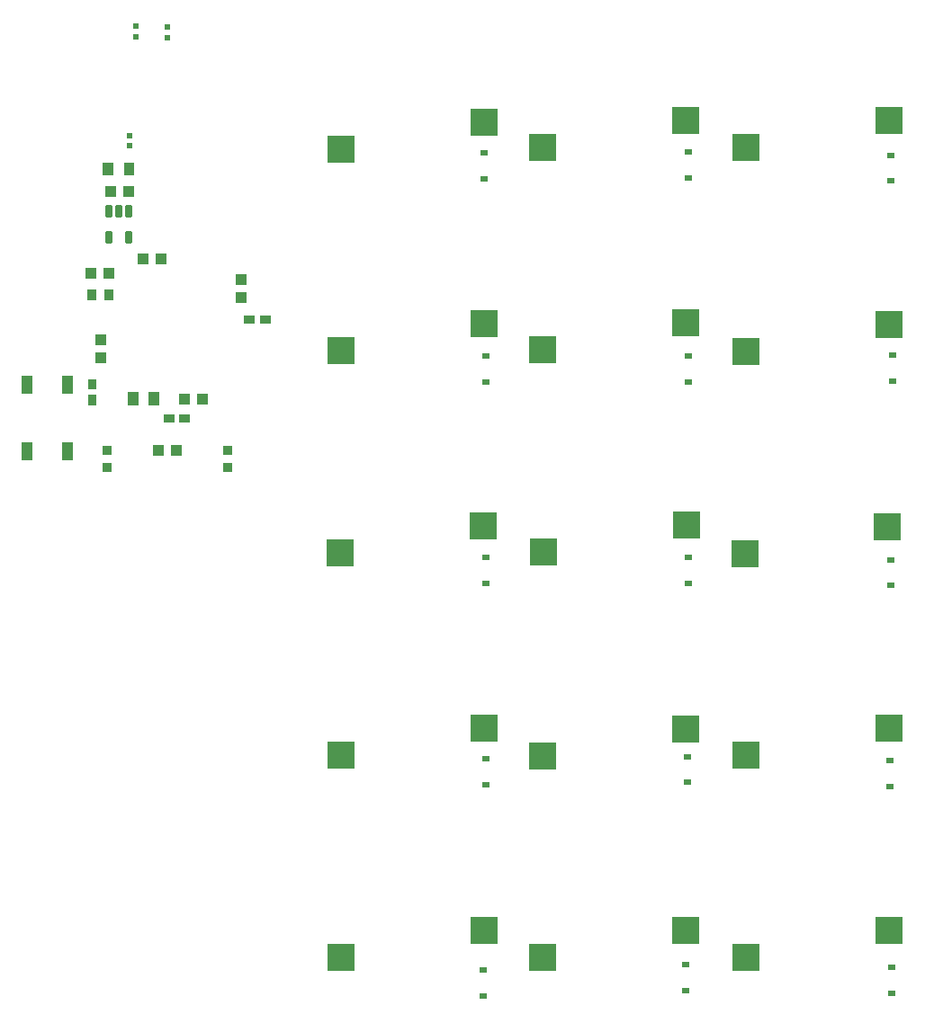
<source format=gbp>
G04*
G04 #@! TF.GenerationSoftware,Altium Limited,Altium Designer,25.8.1 (18)*
G04*
G04 Layer_Color=128*
%FSLAX44Y44*%
%MOMM*%
G71*
G04*
G04 #@! TF.SameCoordinates,26A691C8-8527-417C-A7E6-5B3A698584CC*
G04*
G04*
G04 #@! TF.FilePolarity,Positive*
G04*
G01*
G75*
G04:AMPARAMS|DCode=42|XSize=0.87mm|YSize=0.93mm|CornerRadius=0.1088mm|HoleSize=0mm|Usage=FLASHONLY|Rotation=90.000|XOffset=0mm|YOffset=0mm|HoleType=Round|Shape=RoundedRectangle|*
%AMROUNDEDRECTD42*
21,1,0.8700,0.7125,0,0,90.0*
21,1,0.6525,0.9300,0,0,90.0*
1,1,0.2175,0.3563,0.3263*
1,1,0.2175,0.3563,-0.3263*
1,1,0.2175,-0.3563,-0.3263*
1,1,0.2175,-0.3563,0.3263*
%
%ADD42ROUNDEDRECTD42*%
%ADD43R,1.0000X1.1000*%
%ADD44R,1.1000X1.0000*%
%ADD46R,0.5000X0.5000*%
%ADD47R,1.0000X1.7000*%
%ADD49R,0.9500X1.0300*%
%ADD50R,0.5000X0.4750*%
G04:AMPARAMS|DCode=51|XSize=0.67mm|YSize=1.17mm|CornerRadius=0.0402mm|HoleSize=0mm|Usage=FLASHONLY|Rotation=0.000|XOffset=0mm|YOffset=0mm|HoleType=Round|Shape=RoundedRectangle|*
%AMROUNDEDRECTD51*
21,1,0.6700,1.0896,0,0,0.0*
21,1,0.5896,1.1700,0,0,0.0*
1,1,0.0804,0.2948,-0.5448*
1,1,0.0804,-0.2948,-0.5448*
1,1,0.0804,-0.2948,0.5448*
1,1,0.0804,0.2948,0.5448*
%
%ADD51ROUNDEDRECTD51*%
%ADD53R,0.6900X0.5600*%
%ADD54R,2.5500X2.5000*%
G36*
X390795Y653348D02*
X383295D01*
Y643348D01*
X390795D01*
Y653348D01*
D02*
G37*
G36*
X420340Y655814D02*
Y643814D01*
X430340D01*
Y655814D01*
X420340D01*
D02*
G37*
G36*
X454205Y634668D02*
Y627168D01*
X464205D01*
Y634668D01*
X454205D01*
D02*
G37*
G36*
X440340Y655814D02*
Y643814D01*
X450340D01*
Y655814D01*
X440340D01*
D02*
G37*
G36*
X469205Y634668D02*
Y627168D01*
X479205D01*
Y634668D01*
X469205D01*
D02*
G37*
G36*
X390795Y668348D02*
X383295D01*
Y658348D01*
X390795D01*
Y668348D01*
D02*
G37*
G36*
X530127Y727778D02*
Y720278D01*
X540127D01*
Y727778D01*
X530127D01*
D02*
G37*
G36*
X545127D02*
Y720278D01*
X555127D01*
Y727778D01*
X545127D01*
D02*
G37*
G36*
X406834Y860127D02*
Y872127D01*
X396834D01*
Y860127D01*
X406834D01*
D02*
G37*
G36*
X426834D02*
Y872127D01*
X416834D01*
Y860127D01*
X426834D01*
D02*
G37*
D42*
X400885Y600971D02*
D03*
Y585371D02*
D03*
X514237Y600971D02*
D03*
Y585371D02*
D03*
D43*
X394840Y688564D02*
D03*
Y705564D02*
D03*
X527589Y745064D02*
D03*
Y762064D02*
D03*
D44*
X474090Y649064D02*
D03*
X491090D02*
D03*
X449090Y600987D02*
D03*
X466090D02*
D03*
X421334Y845127D02*
D03*
X404334D02*
D03*
X434590Y781814D02*
D03*
X451590D02*
D03*
X402864Y767897D02*
D03*
X385864D02*
D03*
D46*
X422340Y897814D02*
D03*
Y887814D02*
D03*
D47*
X364045Y663348D02*
D03*
X326045D02*
D03*
Y600348D02*
D03*
X364045D02*
D03*
D49*
X402464Y747877D02*
D03*
X386704D02*
D03*
D50*
X427840Y990194D02*
D03*
Y1000434D02*
D03*
X457840Y989944D02*
D03*
Y1000184D02*
D03*
D51*
X421484Y802177D02*
D03*
Y826577D02*
D03*
X402684D02*
D03*
Y802177D02*
D03*
X412084Y826577D02*
D03*
D53*
X948000Y475800D02*
D03*
X757500Y475800D02*
D03*
X1138500Y473800D02*
D03*
X1137500Y284300D02*
D03*
X757500Y286300D02*
D03*
X947000Y288300D02*
D03*
X948000Y858000D02*
D03*
X755500Y856800D02*
D03*
X1138500Y854800D02*
D03*
X755000Y87550D02*
D03*
X1139500Y89550D02*
D03*
X945250Y92550D02*
D03*
X948000Y665300D02*
D03*
X1140500Y666300D02*
D03*
X757500Y665300D02*
D03*
Y500200D02*
D03*
X755500Y881200D02*
D03*
X1137500Y308700D02*
D03*
X1140500Y690700D02*
D03*
X1139500Y113950D02*
D03*
X948000Y689700D02*
D03*
X755000Y111950D02*
D03*
X757500Y689700D02*
D03*
X948000Y882400D02*
D03*
X1138500Y879200D02*
D03*
X945250Y116950D02*
D03*
X948000Y500200D02*
D03*
X1138500Y498200D02*
D03*
X757500Y310700D02*
D03*
X947000Y312700D02*
D03*
D54*
X1002500Y694500D02*
D03*
X1002250Y313800D02*
D03*
X1001000Y504000D02*
D03*
X1002250Y886300D02*
D03*
X1002250Y123800D02*
D03*
X621000Y885000D02*
D03*
X621250Y314300D02*
D03*
X621250Y694800D02*
D03*
X621500Y123800D02*
D03*
X620250Y504300D02*
D03*
X810750Y886300D02*
D03*
X811750Y505300D02*
D03*
X810750Y695800D02*
D03*
X811280Y313640D02*
D03*
X811000Y123300D02*
D03*
X1136750Y911700D02*
D03*
X946250Y530700D02*
D03*
X755750Y720200D02*
D03*
X945780Y339040D02*
D03*
X945250Y721200D02*
D03*
X1137000Y719900D02*
D03*
X756000Y149200D02*
D03*
X755500Y910400D02*
D03*
X754750Y529700D02*
D03*
X945500Y148700D02*
D03*
X755750Y339700D02*
D03*
X1136750Y339200D02*
D03*
X1135500Y529400D02*
D03*
X945250Y911700D02*
D03*
X1136750Y149200D02*
D03*
M02*

</source>
